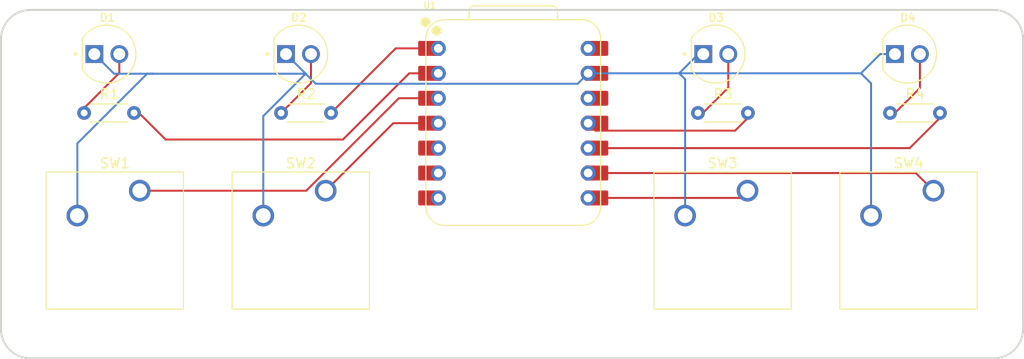
<source format=kicad_pcb>
(kicad_pcb (version 20241229) (generator "pcbnew") (generator_version "9.0")
  (layers (0 "F.Cu" signal) (2 "B.Cu" signal) (13 "F.Paste" user) (15 "B.Paste" user) (5 "F.SilkS" user "F.Silkscreen") (7 "B.SilkS" user "B.Silkscreen") (1 "F.Mask" user) (3 "B.Mask" user) (25 "Edge.Cuts" user))
  (net 0 "")
  (net 1 "GND")
  (net 2 "Net-(D1-PadA)")
  (net 3 "Net-(D2-PadA)")
  (net 4 "Net-(D3-PadA)")
  (net 5 "Net-(D4-PadA)")
  (net 6 "LED1")
  (net 7 "LED2")
  (net 8 "LED3")
  (net 9 "LED4")
  (net 10 "button1")
  (net 11 "button2")
  (net 12 "button3")
  (net 13 "button4")
  (footprint "footprints:XIAO-RP2040-DIP" (layer "F.Cu") (at 133.62 89.04)
    (property "Reference" "U1" (at -8.5 -12 0) (layer "F.SilkS") (effects (font (size 0.635 0.635) (thickness 0.1016))))
    (property "Value" "XIAO-RP2040-DIP")
    (fp_line (start -8.89 8.509) (end -8.89 -8.636) (stroke (width 0.127)) (layer "F.SilkS"))
    (fp_line (start -6.985 10.414) (end 6.985 10.414) (stroke (width 0.127)) (layer "F.SilkS"))
    (fp_line (start -4.495 -10.541) (end -4.491272 -11.451272) (stroke (width 0.127)) (layer "F.SilkS"))
    (fp_line (start -3.991272 -11.951) (end 4.004 -11.951) (stroke (width 0.127)) (layer "F.SilkS"))
    (fp_line (start 4.504 -11.451) (end 4.504 -10.541) (stroke (width 0.127)) (layer "F.SilkS"))
    (fp_line (start 6.985 -10.541) (end -6.985 -10.541) (stroke (width 0.1)) (layer "F.SilkS"))
    (fp_line (start 6.985 -10.541) (end -6.985 -10.541) (stroke (width 0.127)) (layer "F.SilkS"))
    (fp_line (start 8.89 8.509) (end 8.89 -8.636) (stroke (width 0.127)) (layer "F.SilkS"))
    (fp_arc (start -8.89 -8.636) (mid -8.332038 -9.983038) (end -6.985 -10.541) (stroke (width 0.127)) (layer "F.SilkS"))
    (fp_arc (start -6.985 10.414) (mid -8.332038 9.856038) (end -8.89 8.509) (stroke (width 0.127)) (layer "F.SilkS"))
    (fp_arc (start -4.491272 -11.451272) (mid -4.344728 -11.80464) (end -3.991272 -11.951) (stroke (width 0.127)) (layer "F.SilkS"))
    (fp_arc (start 4.004 -11.951) (mid 4.357553 -11.804553) (end 4.504 -11.451) (stroke (width 0.127)) (layer "F.SilkS"))
    (fp_arc (start 6.985 -10.541) (mid 8.332038 -9.983038) (end 8.89 -8.636) (stroke (width 0.127)) (layer "F.SilkS"))
    (fp_arc (start 8.89 8.509) (mid 8.332038 9.856038) (end 6.985 10.414) (stroke (width 0.127)) (layer "F.SilkS"))
    (fp_circle (center -8.95 -10.3) (end -8.95 -10.554) (stroke (width 0.5)) (fill yes) (layer "F.SilkS"))
    (fp_circle (center -7.807 -9.42) (end -7.807 -9.674) (stroke (width 0.5)) (fill yes) (layer "F.SilkS"))
    (pad "1" smd roundrect (at -8.455 -7.62 180) (size 2.432 1.524) (layers "F.Cu" "F.Mask") (roundrect_rratio 0.1) (net 7 "LED2"))
    (pad "1" thru_hole circle (at -7.62 -7.62 180) (size 1.524 1.524) (drill 0.889) (layers "*.Cu" "*.Mask") (net 7 "LED2"))
    (pad "2" smd roundrect (at -8.455 -5.08 180) (size 2.432 1.524) (layers "F.Cu" "F.Mask") (roundrect_rratio 0.1) (net 6 "LED1"))
    (pad "2" thru_hole circle (at -7.62 -5.08 180) (size 1.524 1.524) (drill 0.889) (layers "*.Cu" "*.Mask") (net 6 "LED1"))
    (pad "3" smd roundrect (at -8.455 -2.54 180) (size 2.432 1.524) (layers "F.Cu" "F.Mask") (roundrect_rratio 0.1) (net 10 "button1"))
    (pad "3" thru_hole circle (at -7.62 -2.54 180) (size 1.524 1.524) (drill 0.889) (layers "*.Cu" "*.Mask") (net 10 "button1"))
    (pad "4" smd roundrect (at -8.455 0 180) (size 2.432 1.524) (layers "F.Cu" "F.Mask") (roundrect_rratio 0.1) (net 11 "button2"))
    (pad "4" thru_hole circle (at -7.62 0 180) (size 1.524 1.524) (drill 0.889) (layers "*.Cu" "*.Mask") (net 11 "button2"))
    (pad "5" smd roundrect (at -8.455 2.54 180) (size 2.432 1.524) (layers "F.Cu" "F.Mask") (roundrect_rratio 0.1))
    (pad "5" thru_hole circle (at -7.62 2.54 180) (size 1.524 1.524) (drill 0.889) (layers "*.Cu" "*.Mask"))
    (pad "6" smd roundrect (at -8.455 5.08 180) (size 2.432 1.524) (layers "F.Cu" "F.Mask") (roundrect_rratio 0.1))
    (pad "6" thru_hole circle (at -7.62 5.08 180) (size 1.524 1.524) (drill 0.889) (layers "*.Cu" "*.Mask"))
    (pad "7" smd roundrect (at -8.455 7.62 180) (size 2.432 1.524) (layers "F.Cu" "F.Mask") (roundrect_rratio 0.1))
    (pad "7" thru_hole circle (at -7.62 7.62 180) (size 1.524 1.524) (drill 0.889) (layers "*.Cu" "*.Mask"))
    (pad "8" thru_hole circle (at 7.62 7.62) (size 1.524 1.524) (drill 0.889) (layers "*.Cu" "*.Mask") (net 12 "button3"))
    (pad "8" smd roundrect (at 8.455 7.62) (size 2.432 1.524) (layers "F.Cu" "F.Mask") (roundrect_rratio 0.1) (net 12 "button3"))
    (pad "9" thru_hole circle (at 7.62 5.08) (size 1.524 1.524) (drill 0.889) (layers "*.Cu" "*.Mask") (net 13 "button4"))
    (pad "9" smd roundrect (at 8.455 5.08) (size 2.432 1.524) (layers "F.Cu" "F.Mask") (roundrect_rratio 0.1) (net 13 "button4"))
    (pad "10" thru_hole circle (at 7.62 2.54) (size 1.524 1.524) (drill 0.889) (layers "*.Cu" "*.Mask") (net 9 "LED4"))
    (pad "10" smd roundrect (at 8.455 2.54) (size 2.432 1.524) (layers "F.Cu" "F.Mask") (roundrect_rratio 0.1) (net 9 "LED4"))
    (pad "11" thru_hole circle (at 7.62 0) (size 1.524 1.524) (drill 0.889) (layers "*.Cu" "*.Mask") (net 8 "LED3"))
    (pad "11" smd roundrect (at 8.455 0) (size 2.432 1.524) (layers "F.Cu" "F.Mask") (roundrect_rratio 0.1) (net 8 "LED3"))
    (pad "12" thru_hole circle (at 7.62 -2.54) (size 1.524 1.524) (drill 0.889) (layers "*.Cu" "*.Mask"))
    (pad "12" smd roundrect (at 8.455 -2.54) (size 2.432 1.524) (layers "F.Cu" "F.Mask") (roundrect_rratio 0.1))
    (pad "13" thru_hole circle (at 7.62 -5.08) (size 1.524 1.524) (drill 0.889) (layers "*.Cu" "*.Mask") (net 1 "GND"))
    (pad "13" smd roundrect (at 8.455 -5.08) (size 2.432 1.524) (layers "F.Cu" "F.Mask") (roundrect_rratio 0.1) (net 1 "GND"))
    (pad "14" thru_hole circle (at 7.62 -7.62) (size 1.524 1.524) (drill 0.889) (layers "*.Cu" "*.Mask"))
    (pad "14" smd roundrect (at 8.455 -7.62) (size 2.432 1.524) (layers "F.Cu" "F.Mask") (roundrect_rratio 0.1))
  )
  (footprint "footprints:LEDRD254W57D500H1070" (layer "F.Cu") (at 92.27 82)
    (property "Reference" "D1" (at 0.04 -3.708 0) (layer "F.SilkS") (effects (font (size 0.8 0.8))))
    (property "Value" "L08R5000Q1")
    (fp_line (start -2.5 -1.566) (end -2.5 1.566) (stroke (width 0.127)) (layer "F.SilkS"))
    (fp_arc (start -2.5 -1.566) (mid 2.961291 0) (end -2.5 1.566) (stroke (width 0.127)) (layer "F.SilkS"))
    (fp_circle (center -3.2 0) (end -3.1 0) (stroke (width 0.2)) (fill no) (layer "F.SilkS"))
    (pad "A" thru_hole circle (at 1.27 0) (size 1.815 1.815) (drill 1.21) (layers "*.Cu" "*.Mask") (net 2 "Net-(D1-PadA)"))
    (pad "C" thru_hole rect (at -1.27 0) (size 1.815 1.815) (drill 1.21) (layers "*.Cu" "*.Mask") (net 1 "GND"))
  )
  (footprint "Resistor_THT:R_Axial_DIN0204_L3.6mm_D1.6mm_P5.08mm_Horizontal" (layer "F.Cu") (at 89.96 88)
    (property "Reference" "R1" (at 2.54 -1.92 0) (layer "F.SilkS"))
    (property "Value" "R")
    (fp_line (start 0.62 -0.92) (end 4.46 -0.92) (stroke (width 0.12)) (layer "F.SilkS"))
    (fp_line (start 0.62 0.92) (end 4.46 0.92) (stroke (width 0.12)) (layer "F.SilkS"))
    (pad "1" thru_hole circle (at 0 0) (size 1.4 1.4) (drill 0.7) (layers "*.Cu" "*.Mask") (net 2 "Net-(D1-PadA)"))
    (pad "2" thru_hole circle (at 5.08 0) (size 1.4 1.4) (drill 0.7) (layers "*.Cu" "*.Mask") (net 6 "LED1"))
  )
  (footprint "footprints:SW_Cherry_MX_1.00u_PCB_Rubey" (layer "F.Cu") (at 114.54 95.92)
    (property "Reference" "SW2" (at -2.54 -2.794 0) (layer "F.SilkS"))
    (property "Value" "SW_Push")
    (fp_line (start -9.525 -1.905) (end 4.445 -1.905) (stroke (width 0.12)) (layer "F.SilkS"))
    (fp_line (start -9.525 12.065) (end -9.525 -1.905) (stroke (width 0.12)) (layer "F.SilkS"))
    (fp_line (start 4.445 -1.905) (end 4.445 12.065) (stroke (width 0.12)) (layer "F.SilkS"))
    (fp_line (start 4.445 12.065) (end -9.525 12.065) (stroke (width 0.12)) (layer "F.SilkS"))
    (pad "" np_thru_hole circle (at -7.62 5.08) (size 1.7 1.7) (drill 1.7) (layers "*.Cu" "*.Mask"))
    (pad "" np_thru_hole circle (at -2.54 5.08) (size 4 4) (drill 4) (layers "*.Cu" "*.Mask"))
    (pad "" np_thru_hole circle (at 2.54 5.08) (size 1.7 1.7) (drill 1.7) (layers "*.Cu" "*.Mask"))
    (pad "1" thru_hole circle (at 0 0) (size 2.2 2.2) (drill 1.5) (layers "*.Cu" "*.Mask") (net 11 "button2"))
    (pad "2" thru_hole circle (at -6.35 2.54) (size 2.2 2.2) (drill 1.5) (layers "*.Cu" "*.Mask") (net 1 "GND"))
  )
  (footprint "Resistor_THT:R_Axial_DIN0204_L3.6mm_D1.6mm_P5.08mm_Horizontal" (layer "F.Cu") (at 110 88)
    (property "Reference" "R2" (at 2.54 -1.92 0) (layer "F.SilkS"))
    (property "Value" "R")
    (fp_line (start 0.62 -0.92) (end 4.46 -0.92) (stroke (width 0.12)) (layer "F.SilkS"))
    (fp_line (start 0.62 0.92) (end 4.46 0.92) (stroke (width 0.12)) (layer "F.SilkS"))
    (pad "1" thru_hole circle (at 0 0) (size 1.4 1.4) (drill 0.7) (layers "*.Cu" "*.Mask") (net 3 "Net-(D2-PadA)"))
    (pad "2" thru_hole circle (at 5.08 0) (size 1.4 1.4) (drill 0.7) (layers "*.Cu" "*.Mask") (net 7 "LED2"))
  )
  (footprint "footprints:LEDRD254W57D500H1070" (layer "F.Cu") (at 173.73 82)
    (property "Reference" "D4" (at 0.04 -3.708 0) (layer "F.SilkS") (effects (font (size 0.8 0.8))))
    (property "Value" "L08R5000Q1")
    (fp_line (start -2.5 -1.566) (end -2.5 1.566) (stroke (width 0.127)) (layer "F.SilkS"))
    (fp_arc (start -2.5 -1.566) (mid 2.961291 0) (end -2.5 1.566) (stroke (width 0.127)) (layer "F.SilkS"))
    (fp_circle (center -3.2 0) (end -3.1 0) (stroke (width 0.2)) (fill no) (layer "F.SilkS"))
    (pad "A" thru_hole circle (at 1.27 0) (size 1.815 1.815) (drill 1.21) (layers "*.Cu" "*.Mask") (net 5 "Net-(D4-PadA)"))
    (pad "C" thru_hole rect (at -1.27 0) (size 1.815 1.815) (drill 1.21) (layers "*.Cu" "*.Mask") (net 1 "GND"))
  )
  (footprint "footprints:SW_Cherry_MX_1.00u_PCB_Rubey" (layer "F.Cu") (at 95.62 95.92)
    (property "Reference" "SW1" (at -2.54 -2.794 0) (layer "F.SilkS"))
    (property "Value" "SW_Push")
    (fp_line (start -9.525 -1.905) (end 4.445 -1.905) (stroke (width 0.12)) (layer "F.SilkS"))
    (fp_line (start -9.525 12.065) (end -9.525 -1.905) (stroke (width 0.12)) (layer "F.SilkS"))
    (fp_line (start 4.445 -1.905) (end 4.445 12.065) (stroke (width 0.12)) (layer "F.SilkS"))
    (fp_line (start 4.445 12.065) (end -9.525 12.065) (stroke (width 0.12)) (layer "F.SilkS"))
    (pad "" np_thru_hole circle (at -7.62 5.08) (size 1.7 1.7) (drill 1.7) (layers "*.Cu" "*.Mask"))
    (pad "" np_thru_hole circle (at -2.54 5.08) (size 4 4) (drill 4) (layers "*.Cu" "*.Mask"))
    (pad "" np_thru_hole circle (at 2.54 5.08) (size 1.7 1.7) (drill 1.7) (layers "*.Cu" "*.Mask"))
    (pad "1" thru_hole circle (at 0 0) (size 2.2 2.2) (drill 1.5) (layers "*.Cu" "*.Mask") (net 10 "button1"))
    (pad "2" thru_hole circle (at -6.35 2.54) (size 2.2 2.2) (drill 1.5) (layers "*.Cu" "*.Mask") (net 1 "GND"))
  )
  (footprint "footprints:SW_Cherry_MX_1.00u_PCB_Rubey" (layer "F.Cu") (at 157.46 95.92)
    (property "Reference" "SW3" (at -2.54 -2.794 0) (layer "F.SilkS"))
    (property "Value" "SW_Push")
    (fp_line (start -9.525 -1.905) (end 4.445 -1.905) (stroke (width 0.12)) (layer "F.SilkS"))
    (fp_line (start -9.525 12.065) (end -9.525 -1.905) (stroke (width 0.12)) (layer "F.SilkS"))
    (fp_line (start 4.445 -1.905) (end 4.445 12.065) (stroke (width 0.12)) (layer "F.SilkS"))
    (fp_line (start 4.445 12.065) (end -9.525 12.065) (stroke (width 0.12)) (layer "F.SilkS"))
    (pad "" np_thru_hole circle (at -7.62 5.08) (size 1.7 1.7) (drill 1.7) (layers "*.Cu" "*.Mask"))
    (pad "" np_thru_hole circle (at -2.54 5.08) (size 4 4) (drill 4) (layers "*.Cu" "*.Mask"))
    (pad "" np_thru_hole circle (at 2.54 5.08) (size 1.7 1.7) (drill 1.7) (layers "*.Cu" "*.Mask"))
    (pad "1" thru_hole circle (at 0 0) (size 2.2 2.2) (drill 1.5) (layers "*.Cu" "*.Mask") (net 12 "button3"))
    (pad "2" thru_hole circle (at -6.35 2.54) (size 2.2 2.2) (drill 1.5) (layers "*.Cu" "*.Mask") (net 1 "GND"))
  )
  (footprint "Resistor_THT:R_Axial_DIN0204_L3.6mm_D1.6mm_P5.08mm_Horizontal" (layer "F.Cu") (at 152.42 88)
    (property "Reference" "R3" (at 2.54 -1.92 0) (layer "F.SilkS"))
    (property "Value" "R")
    (fp_line (start 0.62 -0.92) (end 4.46 -0.92) (stroke (width 0.12)) (layer "F.SilkS"))
    (fp_line (start 0.62 0.92) (end 4.46 0.92) (stroke (width 0.12)) (layer "F.SilkS"))
    (pad "1" thru_hole circle (at 0 0) (size 1.4 1.4) (drill 0.7) (layers "*.Cu" "*.Mask") (net 4 "Net-(D3-PadA)"))
    (pad "2" thru_hole circle (at 5.08 0) (size 1.4 1.4) (drill 0.7) (layers "*.Cu" "*.Mask") (net 8 "LED3"))
  )
  (footprint "footprints:SW_Cherry_MX_1.00u_PCB_Rubey" (layer "F.Cu") (at 176.38 95.92)
    (property "Reference" "SW4" (at -2.54 -2.794 0) (layer "F.SilkS"))
    (property "Value" "SW_Push")
    (fp_line (start -9.525 -1.905) (end 4.445 -1.905) (stroke (width 0.12)) (layer "F.SilkS"))
    (fp_line (start -9.525 12.065) (end -9.525 -1.905) (stroke (width 0.12)) (layer "F.SilkS"))
    (fp_line (start 4.445 -1.905) (end 4.445 12.065) (stroke (width 0.12)) (layer "F.SilkS"))
    (fp_line (start 4.445 12.065) (end -9.525 12.065) (stroke (width 0.12)) (layer "F.SilkS"))
    (pad "" np_thru_hole circle (at -7.62 5.08) (size 1.7 1.7) (drill 1.7) (layers "*.Cu" "*.Mask"))
    (pad "" np_thru_hole circle (at -2.54 5.08) (size 4 4) (drill 4) (layers "*.Cu" "*.Mask"))
    (pad "" np_thru_hole circle (at 2.54 5.08) (size 1.7 1.7) (drill 1.7) (layers "*.Cu" "*.Mask"))
    (pad "1" thru_hole circle (at 0 0) (size 2.2 2.2) (drill 1.5) (layers "*.Cu" "*.Mask") (net 13 "button4"))
    (pad "2" thru_hole circle (at -6.35 2.54) (size 2.2 2.2) (drill 1.5) (layers "*.Cu" "*.Mask") (net 1 "GND"))
  )
  (footprint "footprints:LEDRD254W57D500H1070" (layer "F.Cu") (at 111.77 82)
    (property "Reference" "D2" (at 0.04 -3.708 0) (layer "F.SilkS") (effects (font (size 0.8 0.8))))
    (property "Value" "L08R5000Q1")
    (fp_line (start -2.5 -1.566) (end -2.5 1.566) (stroke (width 0.127)) (layer "F.SilkS"))
    (fp_arc (start -2.5 -1.566) (mid 2.961291 0) (end -2.5 1.566) (stroke (width 0.127)) (layer "F.SilkS"))
    (fp_circle (center -3.2 0) (end -3.1 0) (stroke (width 0.2)) (fill no) (layer "F.SilkS"))
    (pad "A" thru_hole circle (at 1.27 0) (size 1.815 1.815) (drill 1.21) (layers "*.Cu" "*.Mask") (net 3 "Net-(D2-PadA)"))
    (pad "C" thru_hole rect (at -1.27 0) (size 1.815 1.815) (drill 1.21) (layers "*.Cu" "*.Mask") (net 1 "GND"))
  )
  (footprint "footprints:LEDRD254W57D500H1070" (layer "F.Cu") (at 154.23 82)
    (property "Reference" "D3" (at 0.04 -3.708 0) (layer "F.SilkS") (effects (font (size 0.8 0.8))))
    (property "Value" "L08R5000Q1")
    (fp_line (start -2.5 -1.566) (end -2.5 1.566) (stroke (width 0.127)) (layer "F.SilkS"))
    (fp_arc (start -2.5 -1.566) (mid 2.961291 0) (end -2.5 1.566) (stroke (width 0.127)) (layer "F.SilkS"))
    (fp_circle (center -3.2 0) (end -3.1 0) (stroke (width 0.2)) (fill no) (layer "F.SilkS"))
    (pad "A" thru_hole circle (at 1.27 0) (size 1.815 1.815) (drill 1.21) (layers "*.Cu" "*.Mask") (net 4 "Net-(D3-PadA)"))
    (pad "C" thru_hole rect (at -1.27 0) (size 1.815 1.815) (drill 1.21) (layers "*.Cu" "*.Mask") (net 1 "GND"))
  )
  (footprint "Resistor_THT:R_Axial_DIN0204_L3.6mm_D1.6mm_P5.08mm_Horizontal" (layer "F.Cu") (at 171.96 88)
    (property "Reference" "R4" (at 2.54 -1.92 0) (layer "F.SilkS"))
    (property "Value" "R")
    (fp_line (start 0.62 -0.92) (end 4.46 -0.92) (stroke (width 0.12)) (layer "F.SilkS"))
    (fp_line (start 0.62 0.92) (end 4.46 0.92) (stroke (width 0.12)) (layer "F.SilkS"))
    (pad "1" thru_hole circle (at 0 0) (size 1.4 1.4) (drill 0.7) (layers "*.Cu" "*.Mask") (net 5 "Net-(D4-PadA)"))
    (pad "2" thru_hole circle (at 5.08 0) (size 1.4 1.4) (drill 0.7) (layers "*.Cu" "*.Mask") (net 9 "LED4"))
  )
  (gr_line (start 81.5 110) (end 81.5 80.5) (stroke (width 0.2)) (layer "Edge.Cuts"))
  (gr_line (start 182.5 113) (end 84.5 113) (stroke (width 0.2)) (layer "Edge.Cuts"))
  (gr_line (start 84.5 77.5) (end 182.5 77.5) (stroke (width 0.2)) (layer "Edge.Cuts"))
  (gr_line (start 185.5 80.5) (end 185.5 110) (stroke (width 0.2)) (layer "Edge.Cuts"))
  (gr_arc (start 84.5 113) (mid 82.37868 112.12132) (end 81.5 110) (stroke (width 0.2)) (layer "Edge.Cuts"))
  (gr_arc (start 185.5 110) (mid 184.62132 112.12132) (end 182.5 113) (stroke (width 0.2)) (layer "Edge.Cuts"))
  (gr_arc (start 81.5 80.5) (mid 82.37868 78.37868) (end 84.5 77.5) (stroke (width 0.2)) (layer "Edge.Cuts"))
  (gr_arc (start 182.5 77.5) (mid 184.62132 78.37868) (end 185.5 80.5) (stroke (width 0.2)) (layer "Edge.Cuts"))
  (segment (start 170.03 98.46) (end 170.03 84.99) (width 0.2) (layer "B.Cu") (net 1))
  (segment (start 151.11 98.46) (end 151.11 84.57) (width 0.2) (layer "B.Cu") (net 1))
  (segment (start 89.27 91.104) (end 89.27 98.46) (width 0.2) (layer "B.Cu") (net 1))
  (segment (start 113.523 85.023) (end 140.177 85.023) (width 0.2) (layer "B.Cu") (net 1))
  (segment (start 91 82) (end 93 84) (width 0.2) (layer "B.Cu") (net 1))
  (segment (start 108.19 98.46) (end 108.19 88.31) (width 0.2) (layer "B.Cu") (net 1))
  (segment (start 97 84) (end 112.5 84) (width 0.2) (layer "B.Cu") (net 1))
  (segment (start 108.19 88.31) (end 112.5 84) (width 0.2) (layer "B.Cu") (net 1))
  (segment (start 96.374 84) (end 97 84) (width 0.2) (layer "B.Cu") (net 1))
  (segment (start 93 84) (end 97 84) (width 0.2) (layer "B.Cu") (net 1))
  (segment (start 110.5 82) (end 112.5 84) (width 0.2) (layer "B.Cu") (net 1))
  (segment (start 151.11 84.57) (end 150.5 83.96) (width 0.2) (layer "B.Cu") (net 1))
  (segment (start 112.5 84) (end 113.523 85.023) (width 0.2) (layer "B.Cu") (net 1))
  (segment (start 150.5 83.96) (end 152.96 81.5) (width 0.2) (layer "B.Cu") (net 1))
  (segment (start 172.46 82) (end 170.96 82) (width 0.2) (layer "B.Cu") (net 1))
  (segment (start 150.5 83.96) (end 169 83.96) (width 0.2) (layer "B.Cu") (net 1))
  (segment (start 170.03 84.99) (end 169 83.96) (width 0.2) (layer "B.Cu") (net 1))
  (segment (start 89.27 91.104) (end 96.374 84) (width 0.2) (layer "B.Cu") (net 1))
  (segment (start 141.24 83.96) (end 150.5 83.96) (width 0.2) (layer "B.Cu") (net 1))
  (segment (start 140.177 85.023) (end 141.24 83.96) (width 0.2) (layer "B.Cu") (net 1))
  (segment (start 170.96 82) (end 169 83.96) (width 0.2) (layer "B.Cu") (net 1))
  (segment (start 93.54 83.92) (end 89.96 87.5) (width 0.2) (layer "F.Cu") (net 2))
  (segment (start 93.54 81.5) (end 93.54 83.92) (width 0.2) (layer "F.Cu") (net 2))
  (segment (start 113.04 84.96) (end 110 88) (width 0.2) (layer "F.Cu") (net 3))
  (segment (start 113.04 82) (end 113.04 84.96) (width 0.2) (layer "F.Cu") (net 3))
  (segment (start 155.5 81.5) (end 155.5 85.42) (width 0.2) (layer "F.Cu") (net 4))
  (segment (start 155.5 85.42) (end 152.42 88.5) (width 0.2) (layer "F.Cu") (net 4))
  (segment (start 175 82) (end 175 85.46) (width 0.2) (layer "F.Cu") (net 5))
  (segment (start 175 85.46) (end 171.96 88.5) (width 0.2) (layer "F.Cu") (net 5))
  (segment (start 123.04 83.96) (end 126 83.96) (width 0.2) (layer "F.Cu") (net 6))
  (segment (start 95.04 87.5) (end 98.245793 90.705793) (width 0.2) (layer "F.Cu") (net 6))
  (segment (start 116.294207 90.705793) (end 123.04 83.96) (width 0.2) (layer "F.Cu") (net 6))
  (segment (start 98.245793 90.705793) (end 116.294207 90.705793) (width 0.2) (layer "F.Cu") (net 6))
  (segment (start 121.66 81.42) (end 126 81.42) (width 0.2) (layer "F.Cu") (net 7))
  (segment (start 115.08 88) (end 121.66 81.42) (width 0.2) (layer "F.Cu") (net 7))
  (segment (start 156.198 89.802) (end 142.001999 89.801999) (width 0.2) (layer "F.Cu") (net 8))
  (segment (start 157.5 88.5) (end 156.198 89.802) (width 0.2) (layer "F.Cu") (net 8))
  (segment (start 142.001999 89.801999) (end 141.24 89.04) (width 0.2) (layer "F.Cu") (net 8))
  (segment (start 177.04 88.5) (end 173.96 91.58) (width 0.2) (layer "F.Cu") (net 9))
  (segment (start 173.96 91.58) (end 141.24 91.58) (width 0.2) (layer "F.Cu") (net 9))
  (segment (start 112.558686 95.92) (end 121.978686 86.5) (width 0.2) (layer "F.Cu") (net 10))
  (segment (start 121.978686 86.5) (end 126 86.5) (width 0.2) (layer "F.Cu") (net 10))
  (segment (start 95.62 95.92) (end 112.558686 95.92) (width 0.2) (layer "F.Cu") (net 10))
  (segment (start 121.42 89.04) (end 126 89.04) (width 0.2) (layer "F.Cu") (net 11))
  (segment (start 114.54 95.92) (end 121.42 89.04) (width 0.2) (layer "F.Cu") (net 11))
  (segment (start 157.46 95.92) (end 156.72 96.66) (width 0.2) (layer "F.Cu") (net 12))
  (segment (start 156.72 96.66) (end 142.075 96.66) (width 0.2) (layer "F.Cu") (net 12))
  (segment (start 174.58 94.12) (end 142.075 94.12) (width 0.2) (layer "F.Cu") (net 13))
  (segment (start 176.38 95.92) (end 174.58 94.12) (width 0.2) (layer "F.Cu") (net 13))
)
</source>
